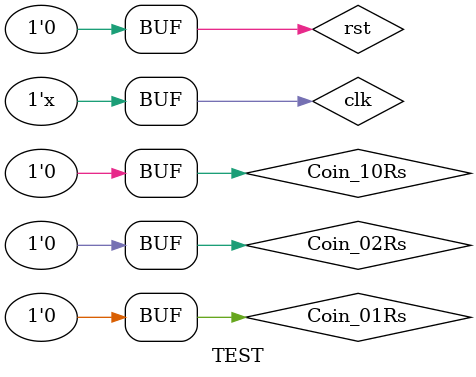
<source format=v>

`timescale 1ns / 1ps

module TEST();

reg clk,rst,Coin_01Rs,Coin_02Rs,Coin_05Rs,Coin_10Rs;
wire [3:0] Change;
wire Choco;

V_M_C Block1 (clk,rst,Coin_01Rs,Coin_02Rs,Coin_05Rs,Coin_10Rs,Change,Choco);


always #100 clk = ~clk;

initial begin
clk = 0;
rst = 0;
#500 Coin_10Rs = 1;
#200 Coin_10Rs = 0;
#2400 Coin_02Rs = 1;
#200 Coin_02Rs = 0;
#2400 Coin_02Rs = 1;
#200 Coin_02Rs = 0;
#2400 Coin_01Rs = 1;
#200 Coin_01Rs = 0;
#2400 Coin_01Rs = 1;
#200 Coin_01Rs = 0;
end
endmodule

</source>
